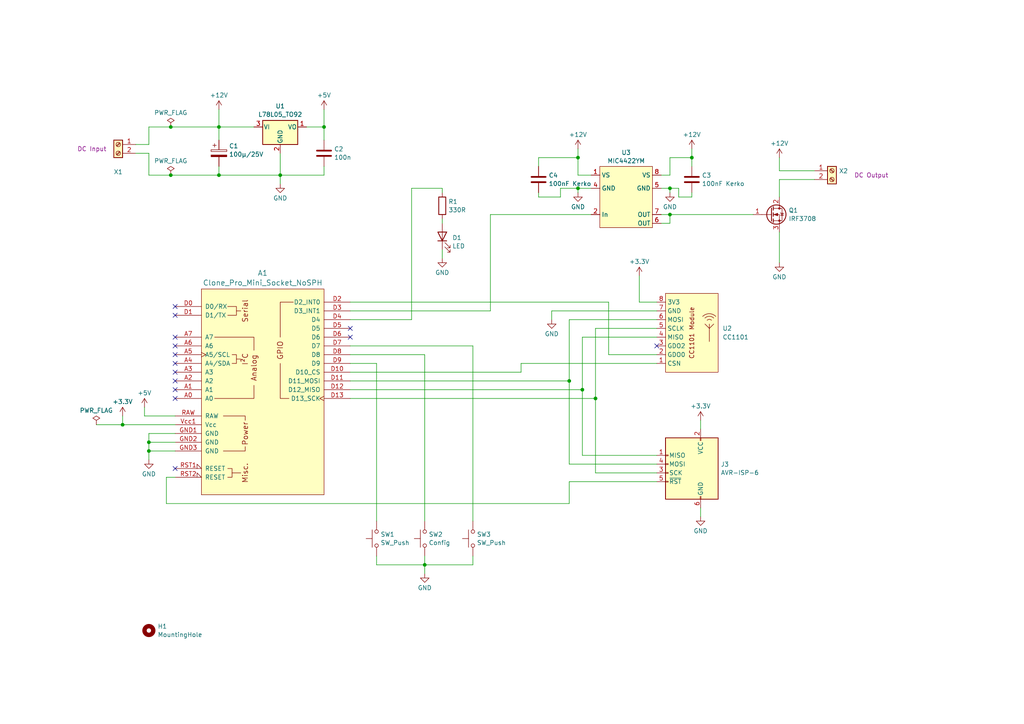
<source format=kicad_sch>
(kicad_sch (version 20231120) (generator "eeschema") (generator_version "8.0")
  (paper "A4")
  (title_block (title "Homematic-Dimmerdevice") (date "2024-01-31") (rev "b") (comment 1 "rev2: MIC4422 statt MIC4421, JP1 entf."))
  (lib_symbols
    (symbol "Connector:AVR-ISP-6" (pin_names (offset 1.016))
      (property "Reference" "J" (at -6.35 11.43 0))
      (property "Value" "AVR-ISP-6" (at 0 11.43 0))
      (symbol "AVR-ISP-6_0_1"
        (rectangle (start -2.667 -6.858) (end -2.413 -7.62))
        (rectangle (start -2.667 10.16) (end -2.413 9.398))
        (rectangle (start 7.62 -2.413) (end 6.858 -2.667))
        (rectangle (start 7.62 0.127) (end 6.858 -0.127))
        (rectangle (start 7.62 2.667) (end 6.858 2.413))
        (rectangle (start 7.62 5.207) (end 6.858 4.953))
        (rectangle (start 7.62 10.16) (end -7.62 -7.62) (stroke (width 0.254)) (fill (type background)))
      )
      (symbol "AVR-ISP-6_1_1"
        (pin passive line (at 10.16 5.08 180) (length 2.54) (name "MISO") (number "1"))
        (pin passive line (at -2.54 12.7 270) (length 2.54) (name "VCC") (number "2"))
        (pin passive line (at 10.16 0 180) (length 2.54) (name "SCK") (number "3"))
        (pin passive line (at 10.16 2.54 180) (length 2.54) (name "MOSI") (number "4"))
        (pin passive line (at 10.16 -2.54 180) (length 2.54) (name "~{RST}") (number "5"))
        (pin passive line (at -2.54 -10.16 90) (length 2.54) (name "GND") (number "6"))
      )
    )
    (symbol "Connector:Screw_Terminal_01x02" (pin_names (offset 1.016) hide)
      (property "Reference" "J" (at 0 2.54 0))
      (property "Value" "Screw_Terminal_01x02" (at 0 -5.08 0))
      (symbol "Screw_Terminal_01x02_1_1"
        (rectangle (start -1.27 1.27) (end 1.27 -3.81) (stroke (width 0.254)) (fill (type background)))
        (circle (center 0 -2.54) (radius 0.635) (stroke (width 0.1524)))
        (polyline (pts (xy -0.5334 -2.2098) (xy 0.3302 -3.048)) (stroke (width 0.1524)))
        (polyline (pts (xy -0.5334 0.3302) (xy 0.3302 -0.508)) (stroke (width 0.1524)))
        (polyline (pts (xy -0.3556 -2.032) (xy 0.508 -2.8702)) (stroke (width 0.1524)))
        (polyline (pts (xy -0.3556 0.508) (xy 0.508 -0.3302)) (stroke (width 0.1524)))
        (circle (center 0 0) (radius 0.635) (stroke (width 0.1524)))
        (pin passive line (at -5.08 0 0) (length 3.81) (name "Pin_1") (number "1"))
        (pin passive line (at -5.08 -2.54 0) (length 3.81) (name "Pin_2") (number "2"))
      )
    )
    (symbol "Device:C" (pin_numbers hide) (pin_names (offset 0.254))
      (property "Reference" "C" (at 0.635 2.54 0))
      (property "Value" "C" (at 0.635 -2.54 0))
      (symbol "C_0_1"
        (polyline (pts (xy -2.032 -0.762) (xy 2.032 -0.762)) (stroke (width 0.508)))
        (polyline (pts (xy -2.032 0.762) (xy 2.032 0.762)) (stroke (width 0.508)))
      )
      (symbol "C_1_1"
        (pin passive line (at 0 3.81 270) (length 2.794) (name "~") (number "1"))
        (pin passive line (at 0 -3.81 90) (length 2.794) (name "~") (number "2"))
      )
    )
    (symbol "Device:C_Polarized" (pin_numbers hide) (pin_names (offset 0.254))
      (property "Reference" "C" (at 0.635 2.54 0))
      (property "Value" "C_Polarized" (at 0.635 -2.54 0))
      (symbol "C_Polarized_0_1"
        (rectangle (start -2.286 0.508) (end 2.286 1.016))
        (polyline (pts (xy -1.778 2.286) (xy -0.762 2.286)))
        (polyline (pts (xy -1.27 2.794) (xy -1.27 1.778)))
        (rectangle (start 2.286 -0.508) (end -2.286 -1.016) (fill (type outline)))
      )
      (symbol "C_Polarized_1_1"
        (pin passive line (at 0 3.81 270) (length 2.794) (name "~") (number "1"))
        (pin passive line (at 0 -3.81 90) (length 2.794) (name "~") (number "2"))
      )
    )
    (symbol "Device:LED" (pin_numbers hide) (pin_names (offset 1.016) hide)
      (property "Reference" "D" (at 0 2.54 0))
      (property "Value" "LED" (at 0 -2.54 0))
      (symbol "LED_0_1"
        (polyline (pts (xy -1.27 -1.27) (xy -1.27 1.27)) (stroke (width 0.254)))
        (polyline (pts (xy -1.27 0) (xy 1.27 0)))
        (polyline (pts (xy 1.27 -1.27) (xy 1.27 1.27) (xy -1.27 0) (xy 1.27 -1.27)) (stroke (width 0.254)))
        (polyline (pts (xy -3.048 -0.762) (xy -4.572 -2.286) (xy -3.81 -2.286) (xy -4.572 -2.286) (xy -4.572 -1.524)))
        (polyline (pts (xy -1.778 -0.762) (xy -3.302 -2.286) (xy -2.54 -2.286) (xy -3.302 -2.286) (xy -3.302 -1.524)))
      )
      (symbol "LED_1_1"
        (pin passive line (at -3.81 0 0) (length 2.54) (name "K") (number "1"))
        (pin passive line (at 3.81 0 180) (length 2.54) (name "A") (number "2"))
      )
    )
    (symbol "Device:R" (pin_numbers hide) (pin_names (offset 0))
      (property "Reference" "R" (at 2.032 0 90))
      (property "Value" "R" (at 0 0 90))
      (symbol "R_0_1"
        (rectangle (start -1.016 -2.54) (end 1.016 2.54) (stroke (width 0.254)))
      )
      (symbol "R_1_1"
        (pin passive line (at 0 3.81 270) (length 1.27) (name "~") (number "1"))
        (pin passive line (at 0 -3.81 90) (length 1.27) (name "~") (number "2"))
      )
    )
    (symbol "Eigenes:CC1101Module"
      (property "Reference" "U2" (at 8.89 1.27 0))
      (property "Value" "CC1101" (at 12.7 -1.27 0))
      (symbol "CC1101Module_0_1"
        (polyline (pts (xy 5.08 1.27) (xy 5.08 2.54)))
        (polyline (pts (xy 5.08 1.27) (xy 6.35 2.54)))
        (polyline (pts (xy 5.08 -2.54) (xy 5.08 1.27) (xy 3.81 2.54)))
        (arc (start 5.7105 3.6253) (mid 5.0755 3.8883) (end 4.4405 3.6253))
        (arc (start 6.3455 4.2604) (mid 5.0755 4.7864) (end 3.8055 4.2604))
        (arc (start 6.9543 4.7403) (mid 5.0493 5.5287) (end 3.1443 4.7403))
      )
      (symbol "CC1101Module_1_1"
        (rectangle (start -7.62 11.43) (end 7.62 -11.43) (fill (type background)))
        (text "CC1101 Module" (at 0 0 900) (effects (font (size 1.27 1.27))))
        (pin input line (at -10.16 -8.89 0) (length 2.54) (name "CSN") (number "1"))
        (pin no_connect line (at 7.62 -7.62 180) (length 2.54) hide (name "Antenna") (number "10"))
        (pin no_connect line (at 7.62 -5.08 180) (length 2.54) hide (name "GNDA2") (number "11"))
        (pin output line (at -10.16 -6.35 0) (length 2.54) (name "GDO0") (number "2"))
        (pin output line (at -10.16 -3.81 0) (length 2.54) (name "GDO2") (number "3"))
        (pin output line (at -10.16 -1.27 0) (length 2.54) (name "MISO") (number "4"))
        (pin input line (at -10.16 1.27 0) (length 2.54) (name "SCLK") (number "5"))
        (pin input line (at -10.16 3.81 0) (length 2.54) (name "MOSI") (number "6"))
        (pin power_in line (at -10.16 6.35 0) (length 2.54) (name "GND") (number "7"))
        (pin power_in line (at -10.16 8.89 0) (length 2.54) (name "3V3") (number "8"))
        (pin no_connect line (at 7.62 -10.16 180) (length 2.54) hide (name "GNDA1") (number "9"))
      )
    )
    (symbol "Eigenes:MIC4421YM"
      (property "Reference" "U3" (at 0 12.9073 0))
      (property "Value" "MIC4421YM" (at 0 10.4831 0))
      (symbol "MIC4421YM_1_1"
        (rectangle (start -7.62 8.89) (end 7.62 -8.89) (fill (type background)))
        (pin power_in line (at -10.16 6.35 0) (length 2.54) (name "VS") (number "1"))
        (pin input line (at -10.16 -5.08 0) (length 2.54) (name "In") (number "2"))
        (pin no_connect line (at -7.62 0 0) (length 2.54) hide (name "NC") (number "3"))
        (pin power_in line (at -10.16 2.54 0) (length 2.54) (name "GND") (number "4"))
        (pin power_in line (at 10.16 2.54 180) (length 2.54) (name "GND") (number "5"))
        (pin passive line (at 10.16 -7.62 180) (length 2.54) (name "OUT") (number "6"))
        (pin output line (at 10.16 -5.08 180) (length 2.54) (name "OUT") (number "7"))
        (pin power_in line (at 10.16 6.35 180) (length 2.54) (name "VS") (number "8"))
      )
    )
    (symbol "Mechanical:MountingHole" (pin_names (offset 1.016))
      (property "Reference" "H" (at 0 5.08 0))
      (property "Value" "MountingHole" (at 0 3.175 0))
      (symbol "MountingHole_0_1"
        (circle (center 0 0) (radius 1.27) (stroke (width 1.27)))
      )
    )
    (symbol "PCM_arduino-library:Clone_Pro_Mini_Socket_NoSPH" (pin_names (offset 1.016))
      (property "Reference" "A" (at 0 36.83 0))
      (property "Value" "Clone_Pro_Mini_Socket_NoSPH" (at 0 33.02 0))
      (symbol "Clone_Pro_Mini_Socket_NoSPH_0_0"
        (rectangle (start -17.78 30.48) (end 17.78 -29.21) (fill (type background)))
        (polyline (pts (xy -7.62 10.16) (xy -6.35 10.16)))
        (polyline (pts (xy -7.62 24.13) (xy -6.35 24.13)))
        (polyline (pts (xy -6.35 -22.86) (xy -8.89 -22.86)))
        (polyline (pts (xy -11.43 -16.51) (xy -5.08 -16.51) (xy -5.08 -15.24)))
        (polyline (pts (xy -5.08 -7.62) (xy -5.08 -6.35) (xy -11.43 -6.35)))
        (polyline (pts (xy -2.54 2.54) (xy -2.54 -1.27) (xy -13.97 -1.27)))
        (polyline (pts (xy -2.54 12.7) (xy -2.54 16.51) (xy -13.97 16.51)))
        (polyline (pts (xy -10.16 25.4) (xy -7.62 25.4) (xy -7.62 22.86) (xy -10.16 22.86)))
        (polyline (pts (xy -8.89 11.43) (xy -7.62 11.43) (xy -7.62 8.89) (xy -8.89 8.89)))
        (text "Analog" (at -2.54 7.62 900) (effects (font (size 1.524 1.524))))
        (text "I²C" (at -5.08 10.16 900) (effects (font (size 1.524 1.524))))
        (text "Misc." (at -5.08 -22.86 900) (effects (font (size 1.524 1.524))))
        (text "Power" (at -5.08 -11.43 900) (effects (font (size 1.524 1.524))))
        (text "Serial" (at -5.08 24.13 900) (effects (font (size 1.524 1.524))))
      )
      (symbol "Clone_Pro_Mini_Socket_NoSPH_0_1"
        (polyline (pts (xy 7.62 -1.27) (xy 5.08 -1.27) (xy 5.08 8.89)))
        (polyline (pts (xy 8.89 26.67) (xy 5.08 26.67) (xy 5.08 16.51)))
        (polyline (pts (xy -10.16 -24.13) (xy -8.89 -24.13) (xy -8.89 -21.59) (xy -10.16 -21.59)))
      )
      (symbol "Clone_Pro_Mini_Socket_NoSPH_1_0"
        (text "GPIO" (at 5.08 12.7 900) (effects (font (size 1.524 1.524))))
      )
      (symbol "Clone_Pro_Mini_Socket_NoSPH_1_1"
        (pin bidirectional line (at -25.4 -1.27 0) (length 7.62) (name "A0") (number "A0"))
        (pin bidirectional line (at -25.4 1.27 0) (length 7.62) (name "A1") (number "A1"))
        (pin bidirectional line (at -25.4 3.81 0) (length 7.62) (name "A2") (number "A2"))
        (pin bidirectional line (at -25.4 6.35 0) (length 7.62) (name "A3") (number "A3"))
        (pin bidirectional line (at -25.4 8.89 0) (length 7.62) (name "A4/SDA") (number "A4"))
        (pin bidirectional clock (at -25.4 11.43 0) (length 7.62) (name "A5/SCL") (number "A5"))
        (pin input line (at -25.4 13.97 0) (length 7.62) (name "A6") (number "A6"))
        (pin input line (at -25.4 16.51 0) (length 7.62) (name "A7") (number "A7"))
        (pin bidirectional line (at -25.4 25.4 0) (length 7.62) (name "D0/RX") (number "D0"))
        (pin bidirectional line (at -25.4 22.86 0) (length 7.62) (name "D1/TX") (number "D1"))
        (pin bidirectional line (at 25.4 6.35 180) (length 7.62) (name "D10_CS") (number "D10"))
        (pin bidirectional line (at 25.4 3.81 180) (length 7.62) (name "D11_MOSI") (number "D11"))
        (pin bidirectional line (at 25.4 1.27 180) (length 7.62) (name "D12_MISO") (number "D12"))
        (pin bidirectional clock (at 25.4 -1.27 180) (length 7.62) (name "D13_SCK") (number "D13"))
        (pin bidirectional line (at 25.4 26.67 180) (length 7.62) (name "D2_INT0") (number "D2"))
        (pin bidirectional line (at 25.4 24.13 180) (length 7.62) (name "D3_INT1") (number "D3"))
        (pin bidirectional line (at 25.4 21.59 180) (length 7.62) (name "D4") (number "D4"))
        (pin bidirectional line (at 25.4 19.05 180) (length 7.62) (name "D5") (number "D5"))
        (pin bidirectional line (at 25.4 16.51 180) (length 7.62) (name "D6") (number "D6"))
        (pin bidirectional line (at 25.4 13.97 180) (length 7.62) (name "D7") (number "D7"))
        (pin bidirectional line (at 25.4 11.43 180) (length 7.62) (name "D8") (number "D8"))
        (pin bidirectional line (at 25.4 8.89 180) (length 7.62) (name "D9") (number "D9"))
        (pin power_in line (at -25.4 -11.43 0) (length 7.62) (name "GND") (number "GND1"))
        (pin power_in line (at -25.4 -13.97 0) (length 7.62) (name "GND") (number "GND2"))
        (pin power_in line (at -25.4 -16.51 0) (length 7.62) (name "GND") (number "GND3"))
        (pin power_in line (at -25.4 -6.35 0) (length 7.62) (name "RAW") (number "RAW"))
        (pin open_collector input_low (at -25.4 -21.59 0) (length 7.62) (name "RESET") (number "RST1"))
        (pin open_collector input_low (at -25.4 -24.13 0) (length 7.62) (name "RESET") (number "RST2"))
        (pin power_in line (at -25.4 -8.89 0) (length 7.62) (name "Vcc") (number "Vcc1"))
      )
    )
    (symbol "Regulator_Linear:L78L05_TO92" (pin_names (offset 0.254))
      (property "Reference" "U" (at -3.81 3.175 0))
      (property "Value" "L78L05_TO92" (at 0 3.175 0))
      (symbol "L78L05_TO92_0_1"
        (rectangle (start -5.08 -5.08) (end 5.08 1.905) (stroke (width 0.254)) (fill (type background)))
      )
      (symbol "L78L05_TO92_1_1"
        (pin power_out line (at 7.62 0 180) (length 2.54) (name "VO") (number "1"))
        (pin power_in line (at 0 -7.62 90) (length 2.54) (name "GND") (number "2"))
        (pin power_in line (at -7.62 0 0) (length 2.54) (name "VI") (number "3"))
      )
    )
    (symbol "Switch:SW_Push" (pin_numbers hide) (pin_names (offset 1.016) hide)
      (property "Reference" "SW" (at 1.27 2.54 0))
      (property "Value" "SW_Push" (at 0 -1.524 0))
      (symbol "SW_Push_0_1"
        (circle (center -2.032 0) (radius 0.508))
        (polyline (pts (xy 0 1.27) (xy 0 3.048)))
        (polyline (pts (xy 2.54 1.27) (xy -2.54 1.27)))
        (circle (center 2.032 0) (radius 0.508))
        (pin passive line (at -5.08 0 0) (length 2.54) (name "1") (number "1"))
        (pin passive line (at 5.08 0 180) (length 2.54) (name "2") (number "2"))
      )
    )
    (symbol "Transistor_FET:IRF540N" (pin_names hide)
      (property "Reference" "Q" (at 6.35 1.905 0))
      (property "Value" "IRF540N" (at 6.35 0 0))
      (symbol "IRF540N_0_1"
        (polyline (pts (xy 0.254 0) (xy -2.54 0)))
        (polyline (pts (xy 0.254 1.905) (xy 0.254 -1.905)) (stroke (width 0.254)))
        (polyline (pts (xy 0.762 -1.27) (xy 0.762 -2.286)) (stroke (width 0.254)))
        (polyline (pts (xy 0.762 0.508) (xy 0.762 -0.508)) (stroke (width 0.254)))
        (polyline (pts (xy 0.762 2.286) (xy 0.762 1.27)) (stroke (width 0.254)))
        (polyline (pts (xy 2.54 2.54) (xy 2.54 1.778)))
        (polyline (pts (xy 2.54 -2.54) (xy 2.54 0) (xy 0.762 0)))
        (polyline (pts (xy 0.762 -1.778) (xy 3.302 -1.778) (xy 3.302 1.778) (xy 0.762 1.778)))
        (polyline (pts (xy 1.016 0) (xy 2.032 0.381) (xy 2.032 -0.381) (xy 1.016 0)) (fill (type outline)))
        (polyline (pts (xy 2.794 0.508) (xy 2.921 0.381) (xy 3.683 0.381) (xy 3.81 0.254)))
        (polyline (pts (xy 3.302 0.381) (xy 2.921 -0.254) (xy 3.683 -0.254) (xy 3.302 0.381)))
        (circle (center 1.651 0) (radius 2.794) (stroke (width 0.254)))
        (circle (center 2.54 -1.778) (radius 0.254) (fill (type outline)))
        (circle (center 2.54 1.778) (radius 0.254) (fill (type outline)))
      )
      (symbol "IRF540N_1_1"
        (pin input line (at -5.08 0 0) (length 2.54) (name "G") (number "1"))
        (pin passive line (at 2.54 5.08 270) (length 2.54) (name "D") (number "2"))
        (pin passive line (at 2.54 -5.08 90) (length 2.54) (name "S") (number "3"))
      )
    )
    (symbol "power:+12V" (power) (pin_names (offset 0))
      (property "Value" "+12V" (at 0 3.556 0))
      (symbol "+12V_0_1"
        (polyline (pts (xy -0.762 1.27) (xy 0 2.54)))
        (polyline (pts (xy 0 0) (xy 0 2.54)))
        (polyline (pts (xy 0 2.54) (xy 0.762 1.27)))
      )
      (symbol "+12V_1_1"
        (pin power_in line (at 0 0 90) (length 0) hide (name "+12V") (number "1"))
      )
    )
    (symbol "power:+3.3V" (power) (pin_names (offset 0))
      (property "Value" "+3.3V" (at 0 3.556 0))
      (symbol "+3.3V_0_1"
        (polyline (pts (xy -0.762 1.27) (xy 0 2.54)))
        (polyline (pts (xy 0 0) (xy 0 2.54)))
        (polyline (pts (xy 0 2.54) (xy 0.762 1.27)))
      )
      (symbol "+3.3V_1_1"
        (pin power_in line (at 0 0 90) (length 0) hide (name "+3.3V") (number "1"))
      )
    )
    (symbol "power:+5V" (power) (pin_names (offset 0))
      (property "Value" "+5V" (at 0 3.556 0))
      (symbol "+5V_0_1"
        (polyline (pts (xy -0.762 1.27) (xy 0 2.54)))
        (polyline (pts (xy 0 0) (xy 0 2.54)))
        (polyline (pts (xy 0 2.54) (xy 0.762 1.27)))
      )
      (symbol "+5V_1_1"
        (pin power_in line (at 0 0 90) (length 0) hide (name "+5V") (number "1"))
      )
    )
    (symbol "power:GND" (power) (pin_names (offset 0))
      (property "Value" "GND" (at 0 -3.81 0))
      (symbol "GND_0_1"
        (polyline (pts (xy 0 0) (xy 0 -1.27) (xy 1.27 -1.27) (xy 0 -2.54) (xy -1.27 -1.27) (xy 0 -1.27)))
      )
      (symbol "GND_1_1"
        (pin power_in line (at 0 0 270) (length 0) hide (name "GND") (number "1"))
      )
    )
    (symbol "power:PWR_FLAG" (power) (pin_numbers hide) (pin_names (offset 0) hide)
      (property "Value" "PWR_FLAG" (at 0 3.81 0))
      (symbol "PWR_FLAG_0_0"
        (pin power_out line (at 0 0 90) (length 0) (name "pwr") (number "1"))
      )
      (symbol "PWR_FLAG_0_1"
        (polyline (pts (xy 0 0) (xy 0 1.27) (xy -1.016 1.905) (xy 0 2.54) (xy 1.016 1.905) (xy 0 1.27)))
      )
    )
  )
  (junction (at 49.53 36.83))
  (junction (at 194.31 54.61))
  (junction (at 63.5 36.83))
  (junction (at 168.91 113.03))
  (junction (at 63.5 50.8))
  (junction (at 123.19 163.83))
  (junction (at 167.64 54.61))
  (junction (at 35.56 123.19))
  (junction (at 194.31 62.23))
  (junction (at 43.18 130.81))
  (junction (at 167.64 45.72))
  (junction (at 172.72 115.57))
  (junction (at 43.18 128.27))
  (junction (at 200.66 45.72))
  (junction (at 165.1 110.49))
  (junction (at 81.28 50.8))
  (junction (at 93.98 36.83))
  (junction (at 49.53 50.8))
  (no_connect (at 50.8 107.95))
  (no_connect (at 50.8 91.44))
  (no_connect (at 50.8 115.57))
  (no_connect (at 101.6 95.25))
  (no_connect (at 50.8 102.87))
  (no_connect (at 50.8 88.9))
  (no_connect (at 50.8 110.49))
  (no_connect (at 50.8 113.03))
  (no_connect (at 190.5 100.33))
  (no_connect (at 50.8 97.79))
  (no_connect (at 50.8 135.89))
  (no_connect (at 101.6 97.79))
  (no_connect (at 50.8 105.41))
  (no_connect (at 50.8 100.33))
  (wire (pts (xy 196.85 57.15) (xy 196.85 54.61)))
  (wire (pts (xy 43.18 128.27) (xy 43.18 130.81)))
  (wire (pts (xy 172.72 95.25) (xy 172.72 115.57)))
  (wire (pts (xy 168.91 97.79) (xy 168.91 113.03)))
  (wire (pts (xy 63.5 31.75) (xy 63.5 36.83)))
  (wire (pts (xy 123.19 163.83) (xy 123.19 166.37)))
  (wire (pts (xy 101.6 115.57) (xy 172.72 115.57)))
  (wire (pts (xy 39.37 41.91) (xy 43.18 41.91)))
  (wire (pts (xy 101.6 100.33) (xy 137.16 100.33)))
  (wire (pts (xy 190.5 132.08) (xy 168.91 132.08)))
  (wire (pts (xy 190.5 102.87) (xy 176.53 102.87)))
  (wire (pts (xy 200.66 55.88) (xy 200.66 57.15)))
  (wire (pts (xy 27.94 123.19) (xy 35.56 123.19)))
  (wire (pts (xy 165.1 134.62) (xy 165.1 110.49)))
  (wire (pts (xy 88.9 36.83) (xy 93.98 36.83)))
  (wire (pts (xy 128.27 54.61) (xy 128.27 55.88)))
  (wire (pts (xy 81.28 50.8) (xy 63.5 50.8)))
  (wire (pts (xy 165.1 139.7) (xy 190.5 139.7)))
  (wire (pts (xy 81.28 44.45) (xy 81.28 50.8)))
  (wire (pts (xy 156.21 45.72) (xy 167.64 45.72)))
  (wire (pts (xy 196.85 54.61) (xy 194.31 54.61)))
  (wire (pts (xy 49.53 50.8) (xy 63.5 50.8)))
  (wire (pts (xy 109.22 163.83) (xy 123.19 163.83)))
  (wire (pts (xy 156.21 55.88) (xy 156.21 57.15)))
  (wire (pts (xy 43.18 50.8) (xy 49.53 50.8)))
  (wire (pts (xy 81.28 50.8) (xy 81.28 53.34)))
  (wire (pts (xy 167.64 54.61) (xy 167.64 55.88)))
  (wire (pts (xy 50.8 128.27) (xy 43.18 128.27)))
  (wire (pts (xy 162.56 54.61) (xy 167.64 54.61)))
  (wire (pts (xy 48.26 138.43) (xy 48.26 146.05)))
  (wire (pts (xy 142.24 62.23) (xy 171.45 62.23)))
  (wire (pts (xy 185.42 80.01) (xy 185.42 87.63)))
  (wire (pts (xy 168.91 132.08) (xy 168.91 113.03)))
  (wire (pts (xy 160.02 90.17) (xy 160.02 92.71)))
  (wire (pts (xy 119.38 54.61) (xy 128.27 54.61)))
  (wire (pts (xy 109.22 161.29) (xy 109.22 163.83)))
  (wire (pts (xy 128.27 72.39) (xy 128.27 74.93)))
  (wire (pts (xy 194.31 64.77) (xy 194.31 62.23)))
  (wire (pts (xy 151.13 105.41) (xy 151.13 107.95)))
  (wire (pts (xy 191.77 64.77) (xy 194.31 64.77)))
  (wire (pts (xy 50.8 130.81) (xy 43.18 130.81)))
  (wire (pts (xy 171.45 54.61) (xy 167.64 54.61)))
  (wire (pts (xy 191.77 62.23) (xy 194.31 62.23)))
  (wire (pts (xy 191.77 54.61) (xy 194.31 54.61)))
  (wire (pts (xy 190.5 90.17) (xy 160.02 90.17)))
  (wire (pts (xy 93.98 48.26) (xy 93.98 50.8)))
  (wire (pts (xy 172.72 115.57) (xy 172.72 137.16)))
  (wire (pts (xy 203.2 121.92) (xy 203.2 124.46)))
  (wire (pts (xy 123.19 163.83) (xy 123.19 161.29)))
  (wire (pts (xy 101.6 107.95) (xy 151.13 107.95)))
  (wire (pts (xy 200.66 57.15) (xy 196.85 57.15)))
  (wire (pts (xy 39.37 44.45) (xy 43.18 44.45)))
  (wire (pts (xy 101.6 105.41) (xy 109.22 105.41)))
  (wire (pts (xy 49.53 36.83) (xy 63.5 36.83)))
  (wire (pts (xy 101.6 90.17) (xy 142.24 90.17)))
  (wire (pts (xy 93.98 36.83) (xy 93.98 40.64)))
  (wire (pts (xy 142.24 90.17) (xy 142.24 62.23)))
  (wire (pts (xy 151.13 105.41) (xy 190.5 105.41)))
  (wire (pts (xy 236.22 52.07) (xy 226.06 52.07)))
  (wire (pts (xy 50.8 125.73) (xy 43.18 125.73)))
  (wire (pts (xy 162.56 57.15) (xy 162.56 54.61)))
  (wire (pts (xy 119.38 92.71) (xy 119.38 54.61)))
  (wire (pts (xy 50.8 120.65) (xy 41.91 120.65)))
  (wire (pts (xy 191.77 50.8) (xy 194.31 50.8)))
  (wire (pts (xy 203.2 147.32) (xy 203.2 149.86)))
  (wire (pts (xy 156.21 48.26) (xy 156.21 45.72)))
  (wire (pts (xy 194.31 62.23) (xy 218.44 62.23)))
  (wire (pts (xy 43.18 44.45) (xy 43.18 50.8)))
  (wire (pts (xy 93.98 36.83) (xy 93.98 31.75)))
  (wire (pts (xy 185.42 87.63) (xy 190.5 87.63)))
  (wire (pts (xy 190.5 137.16) (xy 172.72 137.16)))
  (wire (pts (xy 165.1 92.71) (xy 165.1 110.49)))
  (wire (pts (xy 128.27 63.5) (xy 128.27 64.77)))
  (wire (pts (xy 226.06 45.72) (xy 226.06 49.53)))
  (wire (pts (xy 43.18 130.81) (xy 43.18 133.35)))
  (wire (pts (xy 48.26 146.05) (xy 165.1 146.05)))
  (wire (pts (xy 137.16 163.83) (xy 123.19 163.83)))
  (wire (pts (xy 101.6 87.63) (xy 176.53 87.63)))
  (wire (pts (xy 43.18 41.91) (xy 43.18 36.83)))
  (wire (pts (xy 171.45 50.8) (xy 167.64 50.8)))
  (wire (pts (xy 172.72 95.25) (xy 190.5 95.25)))
  (wire (pts (xy 236.22 49.53) (xy 226.06 49.53)))
  (wire (pts (xy 200.66 45.72) (xy 200.66 43.18)))
  (wire (pts (xy 194.31 45.72) (xy 200.66 45.72)))
  (wire (pts (xy 123.19 102.87) (xy 123.19 151.13)))
  (wire (pts (xy 137.16 100.33) (xy 137.16 151.13)))
  (wire (pts (xy 165.1 92.71) (xy 190.5 92.71)))
  (wire (pts (xy 194.31 50.8) (xy 194.31 45.72)))
  (wire (pts (xy 63.5 50.8) (xy 63.5 48.26)))
  (wire (pts (xy 101.6 92.71) (xy 119.38 92.71)))
  (wire (pts (xy 109.22 105.41) (xy 109.22 151.13)))
  (wire (pts (xy 167.64 50.8) (xy 167.64 45.72)))
  (wire (pts (xy 35.56 120.65) (xy 35.56 123.19)))
  (wire (pts (xy 226.06 67.31) (xy 226.06 76.2)))
  (wire (pts (xy 43.18 36.83) (xy 49.53 36.83)))
  (wire (pts (xy 35.56 123.19) (xy 50.8 123.19)))
  (wire (pts (xy 167.64 45.72) (xy 167.64 43.18)))
  (wire (pts (xy 226.06 52.07) (xy 226.06 57.15)))
  (wire (pts (xy 43.18 125.73) (xy 43.18 128.27)))
  (wire (pts (xy 156.21 57.15) (xy 162.56 57.15)))
  (wire (pts (xy 190.5 97.79) (xy 168.91 97.79)))
  (wire (pts (xy 101.6 110.49) (xy 165.1 110.49)))
  (wire (pts (xy 137.16 161.29) (xy 137.16 163.83)))
  (wire (pts (xy 63.5 36.83) (xy 73.66 36.83)))
  (wire (pts (xy 176.53 102.87) (xy 176.53 87.63)))
  (wire (pts (xy 165.1 146.05) (xy 165.1 139.7)))
  (wire (pts (xy 101.6 102.87) (xy 123.19 102.87)))
  (wire (pts (xy 63.5 36.83) (xy 63.5 40.64)))
  (wire (pts (xy 93.98 50.8) (xy 81.28 50.8)))
  (wire (pts (xy 168.91 113.03) (xy 101.6 113.03)))
  (wire (pts (xy 190.5 134.62) (xy 165.1 134.62)))
  (wire (pts (xy 50.8 138.43) (xy 48.26 138.43)))
  (wire (pts (xy 200.66 45.72) (xy 200.66 48.26)))
  (wire (pts (xy 194.31 54.61) (xy 194.31 55.88)))
  (wire (pts (xy 41.91 118.11) (xy 41.91 120.65)))
  (symbol (lib_id "power:+3.3V") (at 35.56 120.65 0) (unit 1)
    (property "Reference" "#PWR07" (effects (hide yes)))
    (property "Value" "+3.3V" (at 35.56 116.5169 0))
  )
  (symbol (lib_id "Mechanical:MountingHole") (at 43.18 182.88 0) (unit 1)
    (property "Reference" "H1" (at 45.72 181.6679 0) (effects (justify left)))
    (property "Value" "MountingHole" (at 45.72 184.0921 0) (effects (justify left)))
    (property "Footprint" "MountingHole:MountingHole_3.2mm_M3" (effects (hide yes)))
  )
  (symbol (lib_id "Eigenes:CC1101Module") (at 200.66 96.52 0) (unit 1)
    (property "Reference" "U2" (at 209.55 95.25 0) (effects (justify left)))
    (property "Value" "CC1101" (at 213.36 97.79 0))
    (property "Footprint" "Modules_Eigenes:CC1101_Module_v1" (effects (hide yes)))
  )
  (symbol (lib_id "power:+3.3V") (at 185.42 80.01 0) (unit 1)
    (property "Reference" "#PWR01" (effects (hide yes)))
    (property "Value" "+3.3V" (at 185.42 75.8769 0))
  )
  (symbol (lib_id "power:+5V") (at 41.91 118.11 0) (unit 1)
    (property "Reference" "#PWR06" (effects (hide yes)))
    (property "Value" "+5V" (at 41.91 113.9769 0))
  )
  (symbol (lib_id "Device:R") (at 128.27 59.69 0) (unit 1)
    (property "Reference" "R1" (at 130.048 58.4779 0) (effects (justify left)))
    (property "Value" "330R" (at 130.048 60.9021 0) (effects (justify left)))
    (property "Footprint" "Resistor_THT:R_Axial_DIN0207_L6.3mm_D2.5mm_P2.54mm_Vertical" (effects (hide yes)))
  )
  (symbol (lib_id "Device:C") (at 156.21 52.07 0) (unit 1)
    (property "Reference" "C4" (at 159.131 50.8579 0) (effects (justify left)))
    (property "Value" "100nF Kerko" (at 159.131 53.2821 0) (effects (justify left)))
    (property "Footprint" "Capacitor_THT:C_Disc_D3.0mm_W2.0mm_P2.50mm" (effects (hide yes)))
  )
  (symbol (lib_id "Device:C_Polarized") (at 63.5 44.45 0) (unit 1)
    (property "Reference" "C1" (at 66.421 42.3489 0) (effects (justify left)))
    (property "Value" "100µ/25V" (at 66.421 44.7731 0) (effects (justify left)))
    (property "Footprint" "Capacitor_THT:CP_Radial_Tantal_D6.0mm_P2.50mm" (effects (hide yes)))
  )
  (symbol (lib_id "power:+12V") (at 200.66 43.18 0) (unit 1)
    (property "Reference" "#PWR015" (effects (hide yes)))
    (property "Value" "+12V" (at 200.66 39.0469 0))
  )
  (symbol (lib_id "power:PWR_FLAG") (at 49.53 36.83 0) (unit 1)
    (property "Reference" "#FLG01" (effects (hide yes)))
    (property "Value" "PWR_FLAG" (at 49.53 32.6969 0))
  )
  (symbol (lib_id "power:PWR_FLAG") (at 27.94 123.19 0) (unit 1)
    (property "Reference" "#FLG02" (effects (hide yes)))
    (property "Value" "PWR_FLAG" (at 27.94 119.0569 0))
  )
  (symbol (lib_id "power:GND") (at 123.19 166.37 0) (unit 1)
    (property "Reference" "#PWR014" (effects (hide yes)))
    (property "Value" "GND" (at 123.19 170.5031 0))
  )
  (symbol (lib_id "Connector:Screw_Terminal_01x02") (at 241.3 49.53 0) (unit 1)
    (property "Reference" "X2" (at 243.332 49.5879 0) (effects (justify left)))
    (property "Value" "Screw_Terminal_01x02" (effects (hide yes)))
    (property "Footprint" "TerminalBlock:TerminalBlock_Altech_AK300-2_P5.00mm" (effects (hide yes)))
    (property "Zweck" "DC Output" (at 252.73 50.8 0))
  )
  (symbol (lib_id "Switch:SW_Push") (at 109.22 156.21 90) (unit 1)
    (property "Reference" "SW1" (at 110.363 154.9979 90) (effects (justify right)))
    (property "Value" "SW_Push" (at 110.363 157.4221 90) (effects (justify right)))
    (property "Footprint" "Button_Switch_THT:SW_PUSH_6mm_H5mm" (effects (hide yes)))
  )
  (symbol (lib_id "Device:LED") (at 128.27 68.58 90) (unit 1)
    (property "Reference" "D1" (at 131.191 68.9554 90) (effects (justify right)))
    (property "Value" "LED" (at 131.191 71.3796 90) (effects (justify right)))
    (property "Footprint" "LED_THT:LED_D3.0mm" (effects (hide yes)))
  )
  (symbol (lib_id "power:GND") (at 194.31 55.88 0) (unit 1)
    (property "Reference" "#PWR010" (effects (hide yes)))
    (property "Value" "GND" (at 194.31 60.0131 0))
  )
  (symbol (lib_id "Switch:SW_Push") (at 123.19 156.21 90) (unit 1)
    (property "Reference" "SW2" (at 124.333 154.9979 90) (effects (justify right)))
    (property "Value" "Config" (at 124.333 157.4221 90) (effects (justify right)))
    (property "Footprint" "Button_Switch_THT:SW_PUSH_6mm_H5mm" (effects (hide yes)))
  )
  (symbol (lib_id "PCM_arduino-library:Clone_Pro_Mini_Socket_NoSPH") (at 76.2 114.3 0) (unit 1)
    (property "Reference" "A1" (at 76.2 79.1898 0) (effects (font (size 1.524 1.524))))
    (property "Value" "Clone_Pro_Mini_Socket_NoSPH" (at 76.2 82.0226 0) (effects (font (size 1.524 1.524))))
    (property "Footprint" "PCM_arduino-library:Clone_Pro_Mini_Socket_NoSPH" (effects (hide yes)))
    (property "Datasheet" "https://www.addicore.com/Pro-Mini-p/ad249.htm" (effects (hide yes)))
  )
  (symbol (lib_id "Eigenes:MIC4421YM") (at 181.61 57.15 0) (unit 1)
    (property "Reference" "U3" (at 181.61 44.2427 0))
    (property "Value" "MIC4422YM" (at 181.61 46.6669 0))
    (property "Footprint" "Package_SO:SOIC-8_3.9x4.9mm_P1.27mm" (effects (hide yes)))
    (property "Datasheet" "https://ww1.microchip.com/downloads/en/DeviceDoc/mic4421-22.pdf" (effects (hide yes)))
  )
  (symbol (lib_id "Connector:AVR-ISP-6") (at 200.66 137.16 0) (mirror y) (unit 1)
    (property "Reference" "J3" (at 209.042 134.6779 0) (effects (justify right)))
    (property "Value" "AVR-ISP-6" (at 209.042 137.1021 0) (effects (justify right)))
    (property "Footprint" "Connector_Molex:Molex_PicoBlade_53047-0610_1x06_P1.25mm_Vertical" (effects (hide yes)))
    (property "Datasheet" " ~" (effects (hide yes)))
  )
  (symbol (lib_id "power:+5V") (at 93.98 31.75 0) (unit 1)
    (property "Reference" "#PWR05" (effects (hide yes)))
    (property "Value" "+5V" (at 93.98 27.6169 0))
  )
  (symbol (lib_id "power:GND") (at 226.06 76.2 0) (unit 1)
    (property "Reference" "#PWR09" (effects (hide yes)))
    (property "Value" "GND" (at 226.06 80.3331 0))
  )
  (symbol (lib_id "power:GND") (at 81.28 53.34 0) (unit 1)
    (property "Reference" "#PWR04" (effects (hide yes)))
    (property "Value" "GND" (at 81.28 57.4731 0))
  )
  (symbol (lib_id "power:PWR_FLAG") (at 49.53 50.8 0) (unit 1)
    (property "Reference" "#FLG03" (effects (hide yes)))
    (property "Value" "PWR_FLAG" (at 49.53 46.6669 0))
  )
  (symbol (lib_id "Connector:Screw_Terminal_01x02") (at 34.29 41.91 0) (mirror y) (unit 1)
    (property "Reference" "X1" (at 34.29 49.8643 0))
    (property "Value" "Screw_Terminal_01x02" (effects (hide yes)))
    (property "Footprint" "TerminalBlock:TerminalBlock_Altech_AK300-2_P5.00mm" (effects (hide yes)))
    (property "Zweck" "DC Input" (at 26.67 43.18 0))
  )
  (symbol (lib_id "power:GND") (at 128.27 74.93 0) (unit 1)
    (property "Reference" "#PWR03" (effects (hide yes)))
    (property "Value" "GND" (at 128.27 79.0631 0))
  )
  (symbol (lib_id "power:+12V") (at 63.5 31.75 0) (unit 1)
    (property "Reference" "#PWR0101" (effects (hide yes)))
    (property "Value" "+12V" (at 63.5 27.6169 0))
  )
  (symbol (lib_id "Regulator_Linear:L78L05_TO92") (at 81.28 36.83 0) (unit 1)
    (property "Reference" "U1" (at 81.28 30.7807 0))
    (property "Value" "L78L05_TO92" (at 81.28 33.2049 0))
    (property "Footprint" "Package_TO_SOT_THT:TO-92_Inline" (effects (hide yes)))
    (property "Datasheet" "http://www.st.com/content/ccc/resource/technical/document/datasheet/15/55/e5/aa/23/5b/43/fd/CD00000446.pdf/files/CD00000446.pdf/jcr:content/translations/en.CD00000446.pdf" (effects (hide yes)))
  )
  (symbol (lib_id "power:GND") (at 43.18 133.35 0) (unit 1)
    (property "Reference" "#PWR08" (effects (hide yes)))
    (property "Value" "GND" (at 43.18 137.4831 0))
  )
  (symbol (lib_id "power:+3.3V") (at 203.2 121.92 0) (unit 1)
    (property "Reference" "#PWR012" (effects (hide yes)))
    (property "Value" "+3.3V" (at 203.2 117.7869 0))
  )
  (symbol (lib_id "Switch:SW_Push") (at 137.16 156.21 90) (unit 1)
    (property "Reference" "SW3" (at 138.303 154.9979 90) (effects (justify right)))
    (property "Value" "SW_Push" (at 138.303 157.4221 90) (effects (justify right)))
    (property "Footprint" "Button_Switch_THT:SW_PUSH_6mm_H5mm" (effects (hide yes)))
  )
  (symbol (lib_id "Transistor_FET:IRF540N") (at 223.52 62.23 0) (unit 1)
    (property "Reference" "Q1" (at 228.727 61.0179 0) (effects (justify left)))
    (property "Value" "IRF3708" (at 228.727 63.4421 0) (effects (justify left)))
    (property "Footprint" "Package_TO_SOT_THT:TO-220-3_Vertical" (effects (hide yes)))
    (property "Datasheet" "http://www.irf.com/product-info/datasheets/data/irf540n.pdf" (effects (hide yes)))
  )
  (symbol (lib_id "Device:C") (at 200.66 52.07 0) (unit 1)
    (property "Reference" "C3" (at 203.581 50.8579 0) (effects (justify left)))
    (property "Value" "100nF Kerko" (at 203.581 53.2821 0) (effects (justify left)))
    (property "Footprint" "Capacitor_THT:C_Disc_D3.0mm_W2.0mm_P2.50mm" (effects (hide yes)))
  )
  (symbol (lib_id "power:+12V") (at 226.06 45.72 0) (unit 1)
    (property "Reference" "#PWR0102" (effects (hide yes)))
    (property "Value" "+12V" (at 226.06 41.5869 0))
  )
  (symbol (lib_id "Device:C") (at 93.98 44.45 0) (unit 1)
    (property "Reference" "C2" (at 96.901 43.2379 0) (effects (justify left)))
    (property "Value" "100n" (at 96.901 45.6621 0) (effects (justify left)))
    (property "Footprint" "Capacitor_THT:C_Rect_L4.6mm_W3.0mm_P2.50mm_MKS02_FKP02" (effects (hide yes)))
  )
  (symbol (lib_id "power:GND") (at 167.64 55.88 0) (unit 1)
    (property "Reference" "#PWR02" (effects (hide yes)))
    (property "Value" "GND" (at 167.64 60.0131 0))
  )
  (symbol (lib_id "power:GND") (at 203.2 149.86 0) (unit 1)
    (property "Reference" "#PWR013" (effects (hide yes)))
    (property "Value" "GND" (at 203.2 153.9931 0))
  )
  (symbol (lib_id "power:GND") (at 160.02 92.71 0) (unit 1)
    (property "Reference" "#PWR011" (effects (hide yes)))
    (property "Value" "GND" (at 160.02 96.8431 0))
  )
  (symbol (lib_id "power:+12V") (at 167.64 43.18 0) (unit 1)
    (property "Reference" "#PWR016" (effects (hide yes)))
    (property "Value" "+12V" (at 167.64 39.0469 0))
  )
)
</source>
